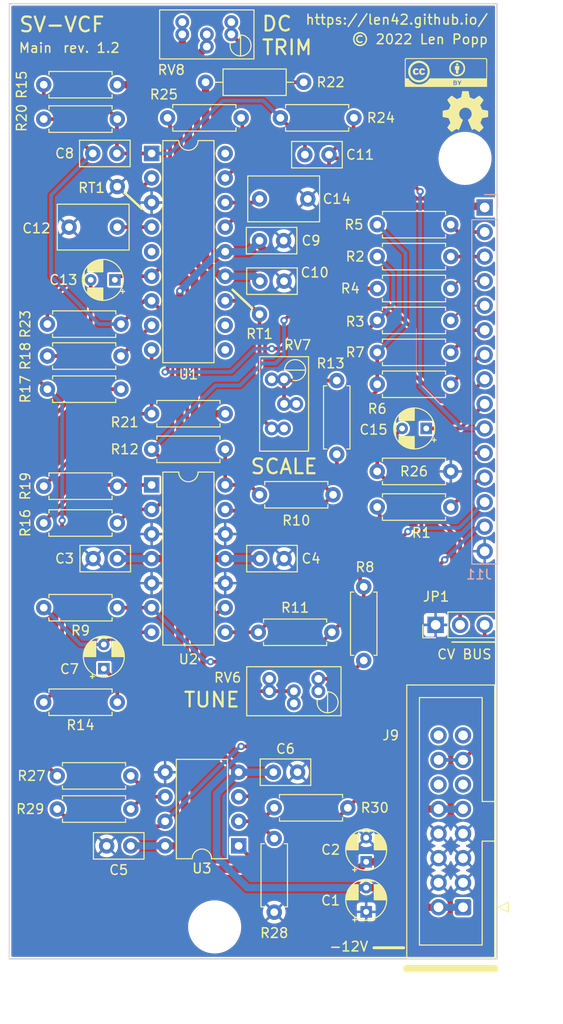
<source format=kicad_pcb>
(kicad_pcb (version 20211014) (generator pcbnew)

  (general
    (thickness 1.6)
  )

  (paper "A4")
  (title_block
    (title "Eurorack State-Variable Filter")
    (date "2022-11-23")
    (rev "1.2")
    (company "Len Popp")
    (comment 1 "Copyright © 2022 Len Popp CC BY")
    (comment 2 "Board settings comply with requirements of OSH Park https://oshpark.com/")
    (comment 3 "CEM3320 state-variable VCF module - Eurorack 10HP")
  )

  (layers
    (0 "F.Cu" signal)
    (31 "B.Cu" signal)
    (36 "B.SilkS" user "B.Silkscreen")
    (37 "F.SilkS" user "F.Silkscreen")
    (38 "B.Mask" user)
    (39 "F.Mask" user)
    (40 "Dwgs.User" user "User.Drawings")
    (41 "Cmts.User" user "User.Comments")
    (44 "Edge.Cuts" user)
    (45 "Margin" user)
    (46 "B.CrtYd" user "B.Courtyard")
    (47 "F.CrtYd" user "F.Courtyard")
    (48 "B.Fab" user)
    (49 "F.Fab" user)
  )

  (setup
    (stackup
      (layer "F.SilkS" (type "Top Silk Screen"))
      (layer "F.Mask" (type "Top Solder Mask") (thickness 0.01))
      (layer "F.Cu" (type "copper") (thickness 0.035))
      (layer "dielectric 1" (type "core") (thickness 1.51) (material "FR4") (epsilon_r 4.5) (loss_tangent 0.02))
      (layer "B.Cu" (type "copper") (thickness 0.035))
      (layer "B.Mask" (type "Bottom Solder Mask") (thickness 0.01))
      (layer "B.SilkS" (type "Bottom Silk Screen"))
      (copper_finish "None")
      (dielectric_constraints no)
    )
    (pad_to_mask_clearance 0.0508)
    (pcbplotparams
      (layerselection 0x00010f0_ffffffff)
      (disableapertmacros false)
      (usegerberextensions true)
      (usegerberattributes true)
      (usegerberadvancedattributes true)
      (creategerberjobfile false)
      (svguseinch false)
      (svgprecision 6)
      (excludeedgelayer true)
      (plotframeref false)
      (viasonmask false)
      (mode 1)
      (useauxorigin false)
      (hpglpennumber 1)
      (hpglpenspeed 20)
      (hpglpendiameter 15.000000)
      (dxfpolygonmode true)
      (dxfimperialunits true)
      (dxfusepcbnewfont true)
      (psnegative false)
      (psa4output false)
      (plotreference true)
      (plotvalue true)
      (plotinvisibletext false)
      (sketchpadsonfab false)
      (subtractmaskfromsilk true)
      (outputformat 1)
      (mirror false)
      (drillshape 0)
      (scaleselection 1)
      (outputdirectory "gerbers/main/")
    )
  )

  (net 0 "")
  (net 1 "+12V")
  (net 2 "GND")
  (net 3 "-12V")
  (net 4 "Net-(C7-Pad1)")
  (net 5 "Net-(C7-Pad2)")
  (net 6 "/OUT-BP")
  (net 7 "Net-(C12-Pad1)")
  (net 8 "/VEE-U1")
  (net 9 "OUT-HP")
  (net 10 "Net-(C11-Pad1)")
  (net 11 "Net-(C13-Pad1)")
  (net 12 "Net-(C14-Pad1)")
  (net 13 "Net-(C15-Pad2)")
  (net 14 "OUT-LP")
  (net 15 "IN-AUDIO")
  (net 16 "CV-FREQ-1VOCT")
  (net 17 "IN-CV-BUS")
  (net 18 "CV-RES-MOD-N")
  (net 19 "OUT-AUDIO-LP-HP")
  (net 20 "OUT-AUDIO-BP")
  (net 21 "Net-(J9-Pad13)")
  (net 22 "unconnected-(J9-Pad15)")
  (net 23 "unconnected-(J9-Pad16)")
  (net 24 "CV-FREQ-POT")
  (net 25 "CV-FREQ-MOD")
  (net 26 "CV-RES-POT")
  (net 27 "OUT-LP-HP")
  (net 28 "Net-(R1-Pad2)")
  (net 29 "Net-(R8-Pad1)")
  (net 30 "Net-(R10-Pad1)")
  (net 31 "Net-(R13-Pad2)")
  (net 32 "Net-(R11-Pad1)")
  (net 33 "Net-(R10-Pad2)")
  (net 34 "CV-RES-MOD-P")
  (net 35 "Net-(R12-Pad2)")
  (net 36 "Net-(R11-Pad2)")
  (net 37 "Net-(R16-Pad2)")
  (net 38 "Net-(R18-Pad2)")
  (net 39 "Net-(R19-Pad2)")
  (net 40 "Net-(R22-Pad2)")
  (net 41 "Net-(R23-Pad2)")
  (net 42 "Net-(R25-Pad2)")
  (net 43 "unconnected-(U1-Pad5)")
  (net 44 "unconnected-(U1-Pad10)")
  (net 45 "unconnected-(U1-Pad11)")
  (net 46 "unconnected-(U1-Pad18)")
  (net 47 "unconnected-(J9-Pad11)")
  (net 48 "unconnected-(J9-Pad12)")
  (net 49 "Net-(H12-Pad1)")
  (net 50 "Net-(R27-Pad2)")
  (net 51 "Net-(R28-Pad2)")

  (footprint "-lmp-misc:CP_Radial_D4.0mm_P2.50mm" (layer "F.Cu") (at 198.247 127.381 90))

  (footprint "-lmp-misc:CP_Radial_D4.0mm_P2.50mm" (layer "F.Cu") (at 198.247 132.5558 90))

  (footprint "-lmp-misc:Logo_CC_BY" (layer "F.Cu") (at 206.502 45.72))

  (footprint "-lmp-synth:IDC-Header-Eurorack-16-TH" (layer "F.Cu") (at 208.28 132.08 180))

  (footprint "-lmp-misc:PinHeader_1x03_P2.54mm_Vertical" (layer "F.Cu") (at 205.440001 102.87 90))

  (footprint "-lmp-misc:Logo_OSHW" (layer "F.Cu") (at 208.534 49.784))

  (footprint "-lmp-misc:C_Disc_D5.0mm_W2.5mm_P2.50mm" (layer "F.Cu") (at 189.738 96.012 180))

  (footprint "-lmp-misc:C_Disc_D5.0mm_W2.5mm_P2.50mm" (layer "F.Cu") (at 191.135 118.11 180))

  (footprint "-lmp-misc:R_Axial_DIN0207_L6.3mm_D2.5mm_P7.62mm_Horizontal" (layer "F.Cu") (at 172.466 88.519 180))

  (footprint "-lmp-misc:C_Disc_D5.0mm_W2.5mm_P2.50mm" (layer "F.Cu") (at 191.897 54.229))

  (footprint "-lmp-holes:MountingHole_PCB_3.2mm_M3" (layer "F.Cu") (at 208.488 54.61))

  (footprint "-lmp-misc:C_Disc_D5.0mm_W2.5mm_P2.50mm" (layer "F.Cu") (at 172.466 96.012 180))

  (footprint "-lmp-misc:CP_Radial_D4.0mm_P2.50mm" (layer "F.Cu") (at 172.212 67.183 180))

  (footprint "-lmp-misc:R_Axial_DIN0207_L6.3mm_D2.5mm_P7.62mm_Horizontal" (layer "F.Cu") (at 188.722 121.793))

  (footprint "-lmp-misc:R_Axial_DIN0207_L6.3mm_D2.5mm_P7.62mm_Horizontal" (layer "F.Cu") (at 199.39 61.468))

  (footprint "-lmp-misc:R_Axial_DIN0207_L6.3mm_D2.5mm_P7.62mm_Horizontal" (layer "F.Cu") (at 177.673 50.419))

  (footprint "Package_DIP:DIP-14_W7.62mm" (layer "F.Cu") (at 176.022 88.392))

  (footprint "-lmp-misc:R_Axial_DIN0207_L6.3mm_D2.5mm_P10.16mm_Horizontal" (layer "F.Cu") (at 181.61 46.736))

  (footprint "-lmp-holes:WireHole_D0.8mm_OD1.6mm" (layer "F.Cu") (at 172.466 57.531))

  (footprint "-lmp-misc:R_Axial_DIN0207_L6.3mm_D2.5mm_P7.62mm_Horizontal" (layer "F.Cu") (at 207.01 64.77 180))

  (footprint "-lmp-misc:C_Disc_D5.0mm_W2.5mm_P2.50mm" (layer "F.Cu") (at 173.863 125.73 180))

  (footprint "-lmp-misc:R_Axial_DIN0207_L6.3mm_D2.5mm_P7.62mm_Horizontal" (layer "F.Cu") (at 195.199 85.217 90))

  (footprint "-lmp-misc:R_Axial_DIN0207_L6.3mm_D2.5mm_P7.62mm_Horizontal" (layer "F.Cu") (at 199.39 74.676))

  (footprint "-lmp-misc:R_Axial_DIN0207_L6.3mm_D2.5mm_P7.62mm_Horizontal" (layer "F.Cu") (at 188.722 132.588 90))

  (footprint "-lmp-misc:R_Axial_DIN0207_L6.3mm_D2.5mm_P7.62mm_Horizontal" (layer "F.Cu") (at 165.227 75.057))

  (footprint "-lmp-synth:Potentiometer_Bourns_3296WY_Vertical" (layer "F.Cu") (at 189.738 77.47 90))

  (footprint "-lmp-misc:R_Axial_DIN0207_L6.3mm_D2.5mm_P7.62mm_Horizontal" (layer "F.Cu") (at 173.863 121.92 180))

  (footprint "-lmp-misc:CP_Radial_D4.0mm_P2.50mm" (layer "F.Cu") (at 204.47 82.55 180))

  (footprint "-lmp-misc:C_Disc_D5.0mm_W2.5mm_P2.50mm" (layer "F.Cu") (at 189.738 67.31 180))

  (footprint "-lmp-misc:R_Axial_DIN0207_L6.3mm_D2.5mm_P7.62mm_Horizontal" (layer "F.Cu") (at 165.227 78.486))

  (footprint "Package_DIP:DIP-18_W7.62mm" (layer "F.Cu") (at 176.022 54.102))

  (footprint "-lmp-misc:R_Axial_DIN0207_L6.3mm_D2.5mm_P7.62mm_Horizontal" (layer "F.Cu") (at 197.993 106.553 90))

  (footprint "-lmp-misc:R_Axial_DIN0207_L6.3mm_D2.5mm_P7.62mm_Horizontal" (layer "F.Cu")
    (tedit 5AE5139B) (tstamp 8b32f314-ffac-486c-a29a-b58a4115a6c7)
    (at 172.847 71.755 180)
    (descr "Resistor, Axial_DIN0207 series, Axial, Horizontal, pin pitch=7.62mm, 0.25W = 1/4W, length*diameter=6.3*2.5mm^2, http://cdn-reichelt.de/documents/datenblatt/B400/1_4W%23YAG.pdf")
    (tags "Resistor Axial_DIN0207 series Axial Horizontal pin pitch 7.62mm 0.25W = 1/4W length 6.3mm diameter 2.5mm")
    (property "Distributor" "Mouser")
    (property "DistributorPartLink" "https://www.mouser.ca/ProductDetail/YAGEO/MFR-12FTF52-100K?qs=oAGoVhmvjhxn7uX6J9%2FOug%3D%3D")
    (property "DistributorPartNum" "603-MFR-12FTF52-100K")
    (property "Manufacturer" "YAGEO")
    (property "ManufacturerPartNum" "MFR-12FTF52-100K")
    (property "Sheetfile" "VCF-SV.kicad_sch")
    (property "Sheetname" "")
    (property "Value2" "1%, 1/6 W")
    (path "/dc57d129-0fd4-4183-a123-a8d5488fa6f8")
    (attr through_hole)
    (fp_text reference "R23" (at 9.906 0 90) (layer "F.SilkS")
      (effects (font (size 1 1) (thickness 0.15)))
      (tstamp 22869057-75a4-4a69-8c56-533804e0b0cc)
    )
    (fp_text value "100K" (at 3.81 2.37) (layer "F.Fab")
      (effects (font (size 1 1) (thickness 0.15)))
      (tstamp 17faea85-0557-4667-8ee9-d31754255085)
    )
  
... [1355514 chars truncated]
</source>
